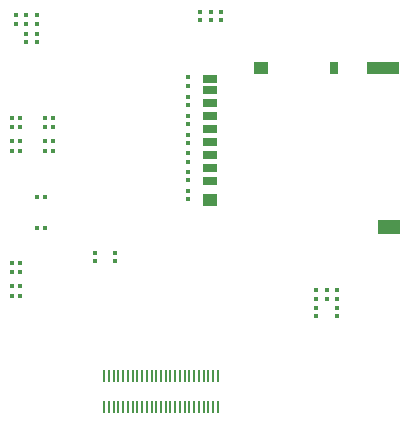
<source format=gbr>
%TF.GenerationSoftware,KiCad,Pcbnew,7.0.6*%
%TF.CreationDate,2023-09-15T14:04:58+02:00*%
%TF.ProjectId,V8,56382e6b-6963-4616-945f-706362585858,rev?*%
%TF.SameCoordinates,Original*%
%TF.FileFunction,Paste,Bot*%
%TF.FilePolarity,Positive*%
%FSLAX46Y46*%
G04 Gerber Fmt 4.6, Leading zero omitted, Abs format (unit mm)*
G04 Created by KiCad (PCBNEW 7.0.6) date 2023-09-15 14:04:58*
%MOMM*%
%LPD*%
G01*
G04 APERTURE LIST*
G04 Aperture macros list*
%AMRoundRect*
0 Rectangle with rounded corners*
0 $1 Rounding radius*
0 $2 $3 $4 $5 $6 $7 $8 $9 X,Y pos of 4 corners*
0 Add a 4 corners polygon primitive as box body*
4,1,4,$2,$3,$4,$5,$6,$7,$8,$9,$2,$3,0*
0 Add four circle primitives for the rounded corners*
1,1,$1+$1,$2,$3*
1,1,$1+$1,$4,$5*
1,1,$1+$1,$6,$7*
1,1,$1+$1,$8,$9*
0 Add four rect primitives between the rounded corners*
20,1,$1+$1,$2,$3,$4,$5,0*
20,1,$1+$1,$4,$5,$6,$7,0*
20,1,$1+$1,$6,$7,$8,$9,0*
20,1,$1+$1,$8,$9,$2,$3,0*%
G04 Aperture macros list end*
%ADD10RoundRect,0.079500X-0.100500X0.079500X-0.100500X-0.079500X0.100500X-0.079500X0.100500X0.079500X0*%
%ADD11RoundRect,0.079500X0.079500X0.100500X-0.079500X0.100500X-0.079500X-0.100500X0.079500X-0.100500X0*%
%ADD12RoundRect,0.079500X-0.079500X-0.100500X0.079500X-0.100500X0.079500X0.100500X-0.079500X0.100500X0*%
%ADD13RoundRect,0.079500X0.100500X-0.079500X0.100500X0.079500X-0.100500X0.079500X-0.100500X-0.079500X0*%
%ADD14R,1.200000X0.700000*%
%ADD15R,0.800000X1.000000*%
%ADD16R,2.800000X1.000000*%
%ADD17R,1.200000X1.000000*%
%ADD18R,1.900000X1.300000*%
%ADD19R,0.200000X1.140000*%
G04 APERTURE END LIST*
D10*
%TO.C,R26*%
X153300000Y-81755000D03*
X153300000Y-82445000D03*
%TD*%
%TO.C,R18*%
X154200000Y-81755000D03*
X154200000Y-82445000D03*
%TD*%
D11*
%TO.C,R2*%
X138045000Y-90700000D03*
X137355000Y-90700000D03*
%TD*%
D10*
%TO.C,C26*%
X152300000Y-90535000D03*
X152300000Y-91225000D03*
%TD*%
D11*
%TO.C,R1*%
X140845000Y-90700000D03*
X140155000Y-90700000D03*
%TD*%
D12*
%TO.C,C5*%
X137355000Y-105000000D03*
X138045000Y-105000000D03*
%TD*%
D13*
%TO.C,C15*%
X146100000Y-102845000D03*
X146100000Y-102155000D03*
%TD*%
%TO.C,R11*%
X152300000Y-96025000D03*
X152300000Y-95335000D03*
%TD*%
D12*
%TO.C,R6*%
X137355000Y-103000000D03*
X138045000Y-103000000D03*
%TD*%
D10*
%TO.C,C8*%
X138600000Y-82055000D03*
X138600000Y-82745000D03*
%TD*%
D11*
%TO.C,R3*%
X138045000Y-93500000D03*
X137355000Y-93500000D03*
%TD*%
%TO.C,C3*%
X138045000Y-92700000D03*
X137355000Y-92700000D03*
%TD*%
%TO.C,C4*%
X140845000Y-92700000D03*
X140155000Y-92700000D03*
%TD*%
D13*
%TO.C,R12*%
X152300000Y-97625000D03*
X152300000Y-96935000D03*
%TD*%
D14*
%TO.C,J1*%
X154175000Y-96100000D03*
X154175000Y-95000000D03*
X154175000Y-93900000D03*
X154175000Y-92800000D03*
X154175000Y-91700000D03*
X154175000Y-90600000D03*
X154175000Y-89500000D03*
X154175000Y-88400000D03*
X154175000Y-87450000D03*
D15*
X164675000Y-86500000D03*
D16*
X168825000Y-86500000D03*
D17*
X158475000Y-86500000D03*
X154175000Y-97650000D03*
D18*
X169275000Y-100000000D03*
%TD*%
D11*
%TO.C,C2*%
X138045000Y-91500000D03*
X137355000Y-91500000D03*
%TD*%
D13*
%TO.C,C10*%
X139500000Y-84345000D03*
X139500000Y-83655000D03*
%TD*%
D10*
%TO.C,R7*%
X152300000Y-87305000D03*
X152300000Y-87995000D03*
%TD*%
D12*
%TO.C,C13*%
X139507500Y-100050000D03*
X140197500Y-100050000D03*
%TD*%
D13*
%TO.C,R9*%
X152300000Y-92825000D03*
X152300000Y-92135000D03*
%TD*%
D12*
%TO.C,R5*%
X137355000Y-105800000D03*
X138045000Y-105800000D03*
%TD*%
D13*
%TO.C,R10*%
X152300000Y-94425000D03*
X152300000Y-93735000D03*
%TD*%
%TO.C,R21*%
X164925000Y-106025000D03*
X164925000Y-105335000D03*
%TD*%
D10*
%TO.C,C9*%
X137700000Y-82055000D03*
X137700000Y-82745000D03*
%TD*%
D13*
%TO.C,C7*%
X139500000Y-82745000D03*
X139500000Y-82055000D03*
%TD*%
%TO.C,R25*%
X155100000Y-82445000D03*
X155100000Y-81755000D03*
%TD*%
D10*
%TO.C,R22*%
X164025000Y-105335000D03*
X164025000Y-106025000D03*
%TD*%
%TO.C,C14*%
X144400000Y-102135000D03*
X144400000Y-102825000D03*
%TD*%
D12*
%TO.C,C12*%
X139507500Y-97450000D03*
X140197500Y-97450000D03*
%TD*%
D13*
%TO.C,C29*%
X164925000Y-107525000D03*
X164925000Y-106835000D03*
%TD*%
D19*
%TO.C,P1*%
X154800000Y-115220000D03*
X154800000Y-112580000D03*
X154400000Y-115220000D03*
X154400000Y-112580000D03*
X154000000Y-115220000D03*
X154000000Y-112580000D03*
X153600000Y-115220000D03*
X153600000Y-112580000D03*
X153200000Y-115220000D03*
X153200000Y-112580000D03*
X152800000Y-115220000D03*
X152800000Y-112580000D03*
X152400000Y-115220000D03*
X152400000Y-112580000D03*
X152000000Y-115220000D03*
X152000000Y-112580000D03*
X151600000Y-115220000D03*
X151600000Y-112580000D03*
X151200000Y-115220000D03*
X151200000Y-112580000D03*
X150800000Y-115220000D03*
X150800000Y-112580000D03*
X150400000Y-115220000D03*
X150400000Y-112580000D03*
X150000000Y-115220000D03*
X150000000Y-112580000D03*
X149600000Y-115220000D03*
X149600000Y-112580000D03*
X149200000Y-115220000D03*
X149200000Y-112580000D03*
X148800000Y-115220000D03*
X148800000Y-112580000D03*
X148400000Y-115220000D03*
X148400000Y-112580000D03*
X148000000Y-115220000D03*
X148000000Y-112580000D03*
X147600000Y-115220000D03*
X147600000Y-112580000D03*
X147200000Y-115220000D03*
X147200000Y-112580000D03*
X146800000Y-115220000D03*
X146800000Y-112580000D03*
X146400000Y-115220000D03*
X146400000Y-112580000D03*
X146000000Y-115220000D03*
X146000000Y-112580000D03*
X145600000Y-115220000D03*
X145600000Y-112580000D03*
X145200000Y-115220000D03*
X145200000Y-112580000D03*
%TD*%
D13*
%TO.C,R24*%
X163125000Y-107525000D03*
X163125000Y-106835000D03*
%TD*%
D11*
%TO.C,R4*%
X140845000Y-93500000D03*
X140155000Y-93500000D03*
%TD*%
D12*
%TO.C,C6*%
X137355000Y-103800000D03*
X138045000Y-103800000D03*
%TD*%
D11*
%TO.C,C1*%
X140845000Y-91500000D03*
X140155000Y-91500000D03*
%TD*%
D10*
%TO.C,C11*%
X138600000Y-83655000D03*
X138600000Y-84345000D03*
%TD*%
%TO.C,R8*%
X152300000Y-88975000D03*
X152300000Y-89665000D03*
%TD*%
%TO.C,R23*%
X163125000Y-105335000D03*
X163125000Y-106025000D03*
%TD*%
M02*

</source>
